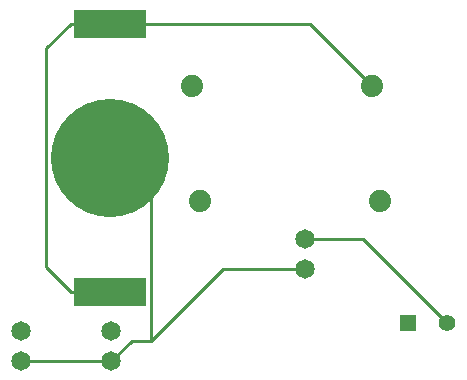
<source format=gtl>
G04 Layer: TopLayer*
G04 EasyEDA v6.5.50, 2025-06-19 07:24:45*
G04 7d549219ca2640139f8de253ff9de405,3f078cb1506742e7acfa9f53f525b8a4,10*
G04 Gerber Generator version 0.2*
G04 Scale: 100 percent, Rotated: No, Reflected: No *
G04 Dimensions in millimeters *
G04 leading zeros omitted , absolute positions ,4 integer and 5 decimal *
%FSLAX45Y45*%
%MOMM*%

%ADD10C,0.2540*%
%ADD11R,6.1000X2.4000*%
%ADD12C,10.0000*%
%ADD13C,1.6510*%
%ADD14R,1.3970X1.3970*%
%ADD15C,1.3970*%
%ADD16C,1.8796*%
%ADD17C,0.0164*%

%LPD*%
D10*
X5041900Y2552700D02*
G01*
X4330700Y3263900D01*
X3835400Y3263900D01*
X2192705Y2225497D02*
G01*
X1430705Y2225497D01*
X2533751Y2400300D02*
G01*
X2533751Y3600348D01*
X2184400Y3949700D01*
X3835400Y3009900D02*
G01*
X3143349Y3009900D01*
X2533749Y2400300D01*
X2533751Y2400300D02*
G01*
X2367508Y2400300D01*
X2192705Y2225497D01*
X2184400Y2814701D02*
G01*
X1851431Y2814701D01*
X2184400Y5084698D02*
G01*
X3881500Y5084698D01*
X4406900Y4559300D01*
X1851431Y5084698D02*
G01*
X1643837Y4877104D01*
X1643837Y3022295D01*
X1851431Y2814701D01*
X2184400Y5084698D02*
G01*
X1851431Y5084698D01*
D11*
G01*
X2184400Y2814701D03*
D12*
G01*
X2184400Y3949700D03*
D11*
G01*
X2184400Y5084698D03*
D13*
G01*
X3835400Y3263900D03*
G01*
X3835400Y3009900D03*
D14*
G01*
X4711700Y2552700D03*
D15*
G01*
X5041900Y2552700D03*
D13*
G01*
X1430705Y2479497D03*
G01*
X1430705Y2225497D03*
G01*
X2192705Y2479497D03*
G01*
X2192705Y2225497D03*
D16*
G01*
X2882900Y4559300D03*
G01*
X4406900Y4559300D03*
G01*
X2946400Y3581400D03*
G01*
X4470400Y3581400D03*
M02*

</source>
